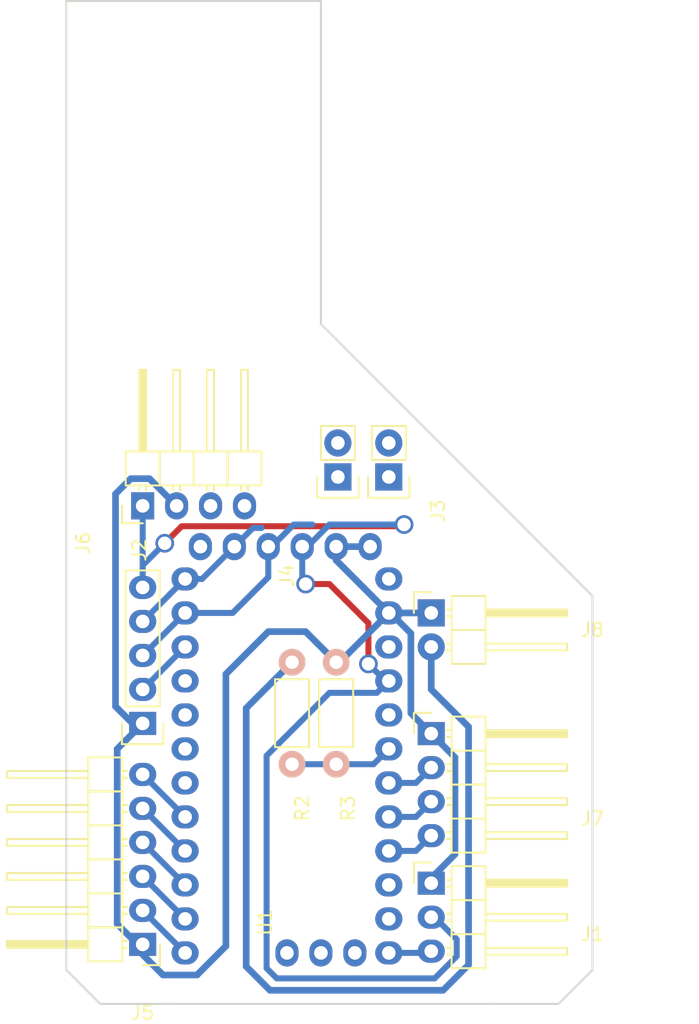
<source format=kicad_pcb>
(kicad_pcb (version 4) (host pcbnew 4.0.5)

  (general
    (links 34)
    (no_connects 4)
    (area 137.079999 78.156999 189.675477 154.892)
    (thickness 1.6)
    (drawings 14)
    (tracks 99)
    (zones 0)
    (modules 11)
    (nets 19)
  )

  (page A4)
  (layers
    (0 F.Cu signal)
    (31 B.Cu signal)
    (32 B.Adhes user)
    (33 F.Adhes user)
    (34 B.Paste user)
    (35 F.Paste user)
    (36 B.SilkS user)
    (37 F.SilkS user)
    (38 B.Mask user)
    (39 F.Mask user)
    (40 Dwgs.User user)
    (41 Cmts.User user)
    (42 Eco1.User user)
    (43 Eco2.User user)
    (44 Edge.Cuts user)
    (45 Margin user)
    (46 B.CrtYd user)
    (47 F.CrtYd user)
    (48 B.Fab user)
    (49 F.Fab user)
  )

  (setup
    (last_trace_width 0.45)
    (trace_clearance 0.2)
    (zone_clearance 0.5)
    (zone_45_only no)
    (trace_min 0.2)
    (segment_width 0.2)
    (edge_width 0.15)
    (via_size 1.4)
    (via_drill 1)
    (via_min_size 0.4)
    (via_min_drill 0.3)
    (uvia_size 1.2)
    (uvia_drill 1)
    (uvias_allowed no)
    (uvia_min_size 0.8)
    (uvia_min_drill 0.1)
    (pcb_text_width 0.3)
    (pcb_text_size 1.5 1.5)
    (mod_edge_width 0.15)
    (mod_text_size 1 1)
    (mod_text_width 0.15)
    (pad_size 1.524 1.524)
    (pad_drill 0.762)
    (pad_to_mask_clearance 0.2)
    (aux_axis_origin 142.24 153.162)
    (grid_origin 142.24 153.162)
    (visible_elements FFFFFF7F)
    (pcbplotparams
      (layerselection 0x01000_00000000)
      (usegerberextensions false)
      (excludeedgelayer true)
      (linewidth 0.100000)
      (plotframeref false)
      (viasonmask false)
      (mode 1)
      (useauxorigin true)
      (hpglpennumber 1)
      (hpglpenspeed 20)
      (hpglpendiameter 15)
      (hpglpenoverlay 2)
      (psnegative false)
      (psa4output false)
      (plotreference false)
      (plotvalue false)
      (plotinvisibletext false)
      (padsonsilk false)
      (subtractmaskfromsilk false)
      (outputformat 1)
      (mirror false)
      (drillshape 0)
      (scaleselection 1)
      (outputdirectory ""))
  )

  (net 0 "")
  (net 1 GNDREF)
  (net 2 TX_ARD)
  (net 3 RX_ARD)
  (net 4 +BATT)
  (net 5 BATT_SENS)
  (net 6 RST_ARD)
  (net 7 TX_BT)
  (net 8 RX_BT)
  (net 9 G1)
  (net 10 G2)
  (net 11 G3)
  (net 12 +5V)
  (net 13 ESC_SIG)
  (net 14 LIGHT_1)
  (net 15 LIGHT_2)
  (net 16 LIGHT_3)
  (net 17 LIGHT_4)
  (net 18 LIGHT_5)

  (net_class Default "Questo è il gruppo di collegamenti predefinito"
    (clearance 0.2)
    (trace_width 0.45)
    (via_dia 1.4)
    (via_drill 1)
    (uvia_dia 1.2)
    (uvia_drill 1)
    (add_net +5V)
    (add_net BATT_SENS)
    (add_net ESC_SIG)
    (add_net G1)
    (add_net G2)
    (add_net G3)
    (add_net LIGHT_1)
    (add_net LIGHT_2)
    (add_net LIGHT_3)
    (add_net LIGHT_4)
    (add_net LIGHT_5)
    (add_net RST_ARD)
    (add_net RX_ARD)
    (add_net RX_BT)
    (add_net TX_ARD)
    (add_net TX_BT)
  )

  (net_class POWER ""
    (clearance 0.2)
    (trace_width 0.5)
    (via_dia 1.4)
    (via_drill 1)
    (uvia_dia 1.2)
    (uvia_drill 1)
    (add_net +BATT)
    (add_net GNDREF)
  )

  (module Resistors_THT:Resistor_Horizontal_RM7mm (layer F.Cu) (tedit 58E151BB) (tstamp 58D54846)
    (at 159.131 127.635 270)
    (descr "Resistor, Axial,  RM 7.62mm, 1/3W,")
    (tags "Resistor Axial RM 7.62mm 1/3W R3")
    (path /58D53574)
    (fp_text reference R2 (at 10.922 -0.762 270) (layer F.SilkS)
      (effects (font (size 1 1) (thickness 0.15)))
    )
    (fp_text value 2k7 (at 10.414 0.762 270) (layer F.Fab)
      (effects (font (size 1 1) (thickness 0.15)))
    )
    (fp_line (start -1.25 -1.5) (end 8.85 -1.5) (layer F.CrtYd) (width 0.05))
    (fp_line (start -1.25 1.5) (end -1.25 -1.5) (layer F.CrtYd) (width 0.05))
    (fp_line (start 8.85 -1.5) (end 8.85 1.5) (layer F.CrtYd) (width 0.05))
    (fp_line (start -1.25 1.5) (end 8.85 1.5) (layer F.CrtYd) (width 0.05))
    (fp_line (start 1.27 -1.27) (end 6.35 -1.27) (layer F.SilkS) (width 0.15))
    (fp_line (start 6.35 -1.27) (end 6.35 1.27) (layer F.SilkS) (width 0.15))
    (fp_line (start 6.35 1.27) (end 1.27 1.27) (layer F.SilkS) (width 0.15))
    (fp_line (start 1.27 1.27) (end 1.27 -1.27) (layer F.SilkS) (width 0.15))
    (pad 1 thru_hole circle (at 0 0 270) (size 1.99898 1.99898) (drill 1.00076) (layers *.Cu *.SilkS *.Mask)
      (net 4 +BATT))
    (pad 2 thru_hole circle (at 7.62 0 270) (size 1.99898 1.99898) (drill 1.00076) (layers *.Cu *.SilkS *.Mask)
      (net 5 BATT_SENS))
  )

  (module Resistors_THT:Resistor_Horizontal_RM7mm (layer F.Cu) (tedit 58E151C4) (tstamp 58D54854)
    (at 162.433 135.255 90)
    (descr "Resistor, Axial,  RM 7.62mm, 1/3W,")
    (tags "Resistor Axial RM 7.62mm 1/3W R3")
    (path /58D535C0)
    (fp_text reference R3 (at -3.302 0.889 90) (layer F.SilkS)
      (effects (font (size 1 1) (thickness 0.15)))
    )
    (fp_text value 1k (at -3.302 -0.508 90) (layer F.Fab)
      (effects (font (size 1 1) (thickness 0.15)))
    )
    (fp_line (start -1.25 -1.5) (end 8.85 -1.5) (layer F.CrtYd) (width 0.05))
    (fp_line (start -1.25 1.5) (end -1.25 -1.5) (layer F.CrtYd) (width 0.05))
    (fp_line (start 8.85 -1.5) (end 8.85 1.5) (layer F.CrtYd) (width 0.05))
    (fp_line (start -1.25 1.5) (end 8.85 1.5) (layer F.CrtYd) (width 0.05))
    (fp_line (start 1.27 -1.27) (end 6.35 -1.27) (layer F.SilkS) (width 0.15))
    (fp_line (start 6.35 -1.27) (end 6.35 1.27) (layer F.SilkS) (width 0.15))
    (fp_line (start 6.35 1.27) (end 1.27 1.27) (layer F.SilkS) (width 0.15))
    (fp_line (start 1.27 1.27) (end 1.27 -1.27) (layer F.SilkS) (width 0.15))
    (pad 1 thru_hole circle (at 0 0 90) (size 1.99898 1.99898) (drill 1.00076) (layers *.Cu *.SilkS *.Mask)
      (net 5 BATT_SENS))
    (pad 2 thru_hole circle (at 7.62 0 90) (size 1.99898 1.99898) (drill 1.00076) (layers *.Cu *.SilkS *.Mask)
      (net 1 GNDREF))
  )

  (module foots:Arduino_PRO_MINI (layer F.Cu) (tedit 58E151CA) (tstamp 58D54883)
    (at 158.75 118.872)
    (descr "Through hole pin header")
    (tags "pin header")
    (path /58BE9155)
    (fp_text reference U1 (at -1.651 28.194 90) (layer F.SilkS)
      (effects (font (size 1 1) (thickness 0.15)))
    )
    (fp_text value ARDUINO_PRO_MINI (at -3.556 21.971 90) (layer F.Fab)
      (effects (font (size 1 1) (thickness 0.15)))
    )
    (pad 33 thru_hole oval (at -6.477 0.127 90) (size 2.032 1.7272) (drill 1.016) (layers *.Cu *.Mask))
    (pad 32 thru_hole oval (at -3.937 0.127 90) (size 2.032 1.7272) (drill 1.016) (layers *.Cu *.Mask)
      (net 2 TX_ARD))
    (pad 31 thru_hole oval (at -1.397 0.127 90) (size 2.032 1.7272) (drill 1.016) (layers *.Cu *.Mask)
      (net 3 RX_ARD))
    (pad 30 thru_hole oval (at 1.143 0.127 90) (size 2.032 1.7272) (drill 1.016) (layers *.Cu *.Mask)
      (net 12 +5V))
    (pad 29 thru_hole oval (at 3.683 0.127 90) (size 2.032 1.7272) (drill 1.016) (layers *.Cu *.Mask)
      (net 1 GNDREF))
    (pad 28 thru_hole oval (at 6.223 0.127 90) (size 2.032 1.7272) (drill 1.016) (layers *.Cu *.Mask)
      (net 1 GNDREF))
    (pad 15 thru_hole oval (at 5.08 30.48 90) (size 2.032 1.7272) (drill 1.016) (layers *.Cu *.Mask))
    (pad 14 thru_hole oval (at 2.54 30.48 90) (size 2.032 1.7272) (drill 1.016) (layers *.Cu *.Mask))
    (pad 13 thru_hole oval (at 0 30.48 90) (size 2.032 1.7272) (drill 1.016) (layers *.Cu *.Mask))
    (pad 16 thru_hole oval (at 7.62 30.48) (size 2.032 1.7272) (drill 1.016) (layers *.Cu *.Mask)
      (net 13 ESC_SIG))
    (pad 17 thru_hole oval (at 7.62 27.94) (size 2.032 1.7272) (drill 1.016) (layers *.Cu *.Mask))
    (pad 18 thru_hole oval (at 7.62 25.4) (size 2.032 1.7272) (drill 1.016) (layers *.Cu *.Mask))
    (pad 19 thru_hole oval (at 7.62 22.86) (size 2.032 1.7272) (drill 1.016) (layers *.Cu *.Mask)
      (net 9 G1))
    (pad 20 thru_hole oval (at 7.62 20.32) (size 2.032 1.7272) (drill 1.016) (layers *.Cu *.Mask)
      (net 10 G2))
    (pad 21 thru_hole oval (at 7.62 17.78) (size 2.032 1.7272) (drill 1.016) (layers *.Cu *.Mask)
      (net 11 G3))
    (pad 22 thru_hole oval (at 7.62 15.24) (size 2.032 1.7272) (drill 1.016) (layers *.Cu *.Mask)
      (net 5 BATT_SENS))
    (pad 23 thru_hole oval (at 7.62 12.7) (size 2.032 1.7272) (drill 1.016) (layers *.Cu *.Mask))
    (pad 24 thru_hole oval (at 7.62 10.16) (size 2.032 1.7272) (drill 1.016) (layers *.Cu *.Mask)
      (net 12 +5V))
    (pad 25 thru_hole oval (at 7.62 7.62) (size 2.032 1.7272) (drill 1.016) (layers *.Cu *.Mask))
    (pad 26 thru_hole oval (at 7.62 5.08) (size 2.032 1.7272) (drill 1.016) (layers *.Cu *.Mask)
      (net 1 GNDREF))
    (pad 27 thru_hole oval (at 7.62 2.54) (size 2.032 1.7272) (drill 1.016) (layers *.Cu *.Mask))
    (pad 1 thru_hole oval (at -7.62 2.54) (size 2.032 1.7272) (drill 1.016) (layers *.Cu *.Mask)
      (net 2 TX_ARD))
    (pad 2 thru_hole oval (at -7.62 5.08) (size 2.032 1.7272) (drill 1.016) (layers *.Cu *.Mask)
      (net 3 RX_ARD))
    (pad 3 thru_hole oval (at -7.62 7.62) (size 2.032 1.7272) (drill 1.016) (layers *.Cu *.Mask)
      (net 6 RST_ARD))
    (pad 4 thru_hole oval (at -7.62 10.16) (size 2.032 1.7272) (drill 1.016) (layers *.Cu *.Mask))
    (pad 5 thru_hole oval (at -7.62 12.7) (size 2.032 1.7272) (drill 1.016) (layers *.Cu *.Mask))
    (pad 6 thru_hole oval (at -7.62 15.24) (size 2.032 1.7272) (drill 1.016) (layers *.Cu *.Mask))
    (pad 7 thru_hole oval (at -7.62 17.78) (size 2.032 1.7272) (drill 1.016) (layers *.Cu *.Mask))
    (pad 8 thru_hole oval (at -7.62 20.32) (size 2.032 1.7272) (drill 1.016) (layers *.Cu *.Mask)
      (net 18 LIGHT_5))
    (pad 9 thru_hole oval (at -7.62 22.86) (size 2.032 1.7272) (drill 1.016) (layers *.Cu *.Mask)
      (net 17 LIGHT_4))
    (pad 10 thru_hole oval (at -7.62 25.4) (size 2.032 1.7272) (drill 1.016) (layers *.Cu *.Mask)
      (net 16 LIGHT_3))
    (pad 11 thru_hole oval (at -7.62 27.94) (size 2.032 1.7272) (drill 1.016) (layers *.Cu *.Mask)
      (net 15 LIGHT_2))
    (pad 12 thru_hole oval (at -7.62 30.48) (size 2.032 1.7272) (drill 1.016) (layers *.Cu *.Mask)
      (net 14 LIGHT_1))
    (model Pin_Headers.3dshapes/Pin_Header_Angled_1x12.wrl
      (at (xyz 0 -0.55 0))
      (scale (xyz 1 1 1))
      (rotate (xyz 0 0 90))
    )
  )

  (module Pin_Headers:Pin_Header_Straight_1x02 (layer F.Cu) (tedit 58E15578) (tstamp 58D547E4)
    (at 162.56 113.792 180)
    (descr "Through hole pin header")
    (tags "pin header")
    (path /58C7DDF9)
    (fp_text reference J4 (at 3.81 -7.366 270) (layer F.SilkS)
      (effects (font (size 1 1) (thickness 0.15)))
    )
    (fp_text value TX_JMP (at 2.54 -5.461 270) (layer F.Fab)
      (effects (font (size 1 1) (thickness 0.15)))
    )
    (fp_line (start 1.27 1.27) (end 1.27 3.81) (layer F.SilkS) (width 0.15))
    (fp_line (start 1.55 -1.55) (end 1.55 0) (layer F.SilkS) (width 0.15))
    (fp_line (start -1.75 -1.75) (end -1.75 4.3) (layer F.CrtYd) (width 0.05))
    (fp_line (start 1.75 -1.75) (end 1.75 4.3) (layer F.CrtYd) (width 0.05))
    (fp_line (start -1.75 -1.75) (end 1.75 -1.75) (layer F.CrtYd) (width 0.05))
    (fp_line (start -1.75 4.3) (end 1.75 4.3) (layer F.CrtYd) (width 0.05))
    (fp_line (start 1.27 1.27) (end -1.27 1.27) (layer F.SilkS) (width 0.15))
    (fp_line (start -1.55 0) (end -1.55 -1.55) (layer F.SilkS) (width 0.15))
    (fp_line (start -1.55 -1.55) (end 1.55 -1.55) (layer F.SilkS) (width 0.15))
    (fp_line (start -1.27 1.27) (end -1.27 3.81) (layer F.SilkS) (width 0.15))
    (fp_line (start -1.27 3.81) (end 1.27 3.81) (layer F.SilkS) (width 0.15))
    (pad 1 thru_hole rect (at 0 0 180) (size 2.032 2.032) (drill 1.016) (layers *.Cu *.Mask)
      (net 2 TX_ARD))
    (pad 2 thru_hole oval (at 0 2.54 180) (size 2.032 2.032) (drill 1.016) (layers *.Cu *.Mask)
      (net 8 RX_BT))
    (model Pin_Headers.3dshapes/Pin_Header_Straight_1x02.wrl
      (at (xyz 0 -0.05 0))
      (scale (xyz 1 1 1))
      (rotate (xyz 0 0 90))
    )
  )

  (module Pin_Headers:Pin_Header_Straight_1x02 (layer F.Cu) (tedit 58E15580) (tstamp 58D547C1)
    (at 166.37 113.792 180)
    (descr "Through hole pin header")
    (tags "pin header")
    (path /58C7DD3F)
    (fp_text reference J3 (at -3.683 -2.54 270) (layer F.SilkS)
      (effects (font (size 1 1) (thickness 0.15)))
    )
    (fp_text value RX_JMP (at -2.413 -4.572 270) (layer F.Fab)
      (effects (font (size 1 1) (thickness 0.15)))
    )
    (fp_line (start 1.27 1.27) (end 1.27 3.81) (layer F.SilkS) (width 0.15))
    (fp_line (start 1.55 -1.55) (end 1.55 0) (layer F.SilkS) (width 0.15))
    (fp_line (start -1.75 -1.75) (end -1.75 4.3) (layer F.CrtYd) (width 0.05))
    (fp_line (start 1.75 -1.75) (end 1.75 4.3) (layer F.CrtYd) (width 0.05))
    (fp_line (start -1.75 -1.75) (end 1.75 -1.75) (layer F.CrtYd) (width 0.05))
    (fp_line (start -1.75 4.3) (end 1.75 4.3) (layer F.CrtYd) (width 0.05))
    (fp_line (start 1.27 1.27) (end -1.27 1.27) (layer F.SilkS) (width 0.15))
    (fp_line (start -1.55 0) (end -1.55 -1.55) (layer F.SilkS) (width 0.15))
    (fp_line (start -1.55 -1.55) (end 1.55 -1.55) (layer F.SilkS) (width 0.15))
    (fp_line (start -1.27 1.27) (end -1.27 3.81) (layer F.SilkS) (width 0.15))
    (fp_line (start -1.27 3.81) (end 1.27 3.81) (layer F.SilkS) (width 0.15))
    (pad 1 thru_hole rect (at 0 0 180) (size 2.032 2.032) (drill 1.016) (layers *.Cu *.Mask)
      (net 3 RX_ARD))
    (pad 2 thru_hole oval (at 0 2.54 180) (size 2.032 2.032) (drill 1.016) (layers *.Cu *.Mask)
      (net 7 TX_BT))
    (model Pin_Headers.3dshapes/Pin_Header_Straight_1x02.wrl
      (at (xyz 0 -0.05 0))
      (scale (xyz 1 1 1))
      (rotate (xyz 0 0 90))
    )
  )

  (module Pin_Headers:Pin_Header_Straight_1x05 (layer F.Cu) (tedit 58E15595) (tstamp 58E2882A)
    (at 147.955 132.207 180)
    (descr "Through hole pin header")
    (tags "pin header")
    (path /58C7E0D6)
    (fp_text reference J2 (at 0.254 12.954 270) (layer F.SilkS)
      (effects (font (size 1 1) (thickness 0.15)))
    )
    (fp_text value PROG_CONN (at -1.27 16.51 270) (layer F.Fab)
      (effects (font (size 1 1) (thickness 0.15)))
    )
    (fp_line (start -1.55 0) (end -1.55 -1.55) (layer F.SilkS) (width 0.15))
    (fp_line (start -1.55 -1.55) (end 1.55 -1.55) (layer F.SilkS) (width 0.15))
    (fp_line (start 1.55 -1.55) (end 1.55 0) (layer F.SilkS) (width 0.15))
    (fp_line (start -1.75 -1.75) (end -1.75 11.95) (layer F.CrtYd) (width 0.05))
    (fp_line (start 1.75 -1.75) (end 1.75 11.95) (layer F.CrtYd) (width 0.05))
    (fp_line (start -1.75 -1.75) (end 1.75 -1.75) (layer F.CrtYd) (width 0.05))
    (fp_line (start -1.75 11.95) (end 1.75 11.95) (layer F.CrtYd) (width 0.05))
    (fp_line (start 1.27 1.27) (end 1.27 11.43) (layer F.SilkS) (width 0.15))
    (fp_line (start 1.27 11.43) (end -1.27 11.43) (layer F.SilkS) (width 0.15))
    (fp_line (start -1.27 11.43) (end -1.27 1.27) (layer F.SilkS) (width 0.15))
    (fp_line (start 1.27 1.27) (end -1.27 1.27) (layer F.SilkS) (width 0.15))
    (pad 1 thru_hole rect (at 0 0 180) (size 2.032 1.7272) (drill 1.016) (layers *.Cu *.Mask)
      (net 1 GNDREF))
    (pad 2 thru_hole oval (at 0 2.54 180) (size 2.032 1.7272) (drill 1.016) (layers *.Cu *.Mask)
      (net 6 RST_ARD))
    (pad 3 thru_hole oval (at 0 5.08 180) (size 2.032 1.7272) (drill 1.016) (layers *.Cu *.Mask)
      (net 3 RX_ARD))
    (pad 4 thru_hole oval (at 0 7.62 180) (size 2.032 1.7272) (drill 1.016) (layers *.Cu *.Mask)
      (net 2 TX_ARD))
    (pad 5 thru_hole oval (at 0 10.16 180) (size 2.032 1.7272) (drill 1.016) (layers *.Cu *.Mask)
      (net 12 +5V))
    (model Pin_Headers.3dshapes/Pin_Header_Straight_1x05.wrl
      (at (xyz 0 -0.2 0))
      (scale (xyz 1 1 1))
      (rotate (xyz 0 0 90))
    )
  )

  (module Pin_Headers:Pin_Header_Angled_1x03 (layer F.Cu) (tedit 58E150FC) (tstamp 58E1500F)
    (at 169.545 144.145)
    (descr "Through hole pin header")
    (tags "pin header")
    (path /58DA6160)
    (fp_text reference J1 (at 12.065 3.81) (layer F.SilkS)
      (effects (font (size 1 1) (thickness 0.15)))
    )
    (fp_text value ESC (at 12.7 5.08) (layer F.Fab)
      (effects (font (size 1 1) (thickness 0.15)))
    )
    (fp_line (start -1.5 -1.75) (end -1.5 6.85) (layer F.CrtYd) (width 0.05))
    (fp_line (start 10.65 -1.75) (end 10.65 6.85) (layer F.CrtYd) (width 0.05))
    (fp_line (start -1.5 -1.75) (end 10.65 -1.75) (layer F.CrtYd) (width 0.05))
    (fp_line (start -1.5 6.85) (end 10.65 6.85) (layer F.CrtYd) (width 0.05))
    (fp_line (start -1.3 -1.55) (end -1.3 0) (layer F.SilkS) (width 0.15))
    (fp_line (start 0 -1.55) (end -1.3 -1.55) (layer F.SilkS) (width 0.15))
    (fp_line (start 4.191 -0.127) (end 10.033 -0.127) (layer F.SilkS) (width 0.15))
    (fp_line (start 10.033 -0.127) (end 10.033 0.127) (layer F.SilkS) (width 0.15))
    (fp_line (start 10.033 0.127) (end 4.191 0.127) (layer F.SilkS) (width 0.15))
    (fp_line (start 4.191 0.127) (end 4.191 0) (layer F.SilkS) (width 0.15))
    (fp_line (start 4.191 0) (end 10.033 0) (layer F.SilkS) (width 0.15))
    (fp_line (start 1.524 -0.254) (end 1.143 -0.254) (layer F.SilkS) (width 0.15))
    (fp_line (start 1.524 0.254) (end 1.143 0.254) (layer F.SilkS) (width 0.15))
    (fp_line (start 1.524 2.286) (end 1.143 2.286) (layer F.SilkS) (width 0.15))
    (fp_line (start 1.524 2.794) (end 1.143 2.794) (layer F.SilkS) (width 0.15))
    (fp_line (start 1.524 4.826) (end 1.143 4.826) (layer F.SilkS) (width 0.15))
    (fp_line (start 1.524 5.334) (end 1.143 5.334) (layer F.SilkS) (width 0.15))
    (fp_line (start 4.064 1.27) (end 4.064 -1.27) (layer F.SilkS) (width 0.15))
    (fp_line (start 10.16 0.254) (end 4.064 0.254) (layer F.SilkS) (width 0.15))
    (fp_line (start 10.16 -0.254) (end 10.16 0.254) (layer F.SilkS) (width 0.15))
    (fp_line (start 4.064 -0.254) (end 10.16 -0.254) (layer F.SilkS) (width 0.15))
    (fp_line (start 1.524 1.27) (end 4.064 1.27) (layer F.SilkS) (width 0.15))
    (fp_line (start 1.524 -1.27) (end 1.524 1.27) (layer F.SilkS) (width 0.15))
    (fp_line (start 1.524 -1.27) (end 4.064 -1.27) (layer F.SilkS) (width 0.15))
    (fp_line (start 1.524 3.81) (end 4.064 3.81) (layer F.SilkS) (width 0.15))
    (fp_line (start 1.524 3.81) (end 1.524 6.35) (layer F.SilkS) (width 0.15))
    (fp_line (start 4.064 4.826) (end 10.16 4.826) (layer F.SilkS) (width 0.15))
    (fp_line (start 10.16 4.826) (end 10.16 5.334) (layer F.SilkS) (width 0.15))
    (fp_line (start 10.16 5.334) (end 4.064 5.334) (layer F.SilkS) (width 0.15))
    (fp_line (start 4.064 6.35) (end 4.064 3.81) (layer F.SilkS) (width 0.15))
    (fp_line (start 4.064 3.81) (end 4.064 1.27) (layer F.SilkS) (width 0.15))
    (fp_line (start 10.16 2.794) (end 4.064 2.794) (layer F.SilkS) (width 0.15))
    (fp_line (start 10.16 2.286) (end 10.16 2.794) (layer F.SilkS) (width 0.15))
    (fp_line (start 4.064 2.286) (end 10.16 2.286) (layer F.SilkS) (width 0.15))
    (fp_line (start 1.524 3.81) (end 4.064 3.81) (layer F.SilkS) (width 0.15))
    (fp_line (start 1.524 1.27) (end 1.524 3.81) (layer F.SilkS) (width 0.15))
    (fp_line (start 1.524 1.27) (end 4.064 1.27) (layer F.SilkS) (width 0.15))
    (fp_line (start 1.524 6.35) (end 4.064 6.35) (layer F.SilkS) (width 0.15))
    (pad 1 thru_hole rect (at 0 0) (size 2.032 1.7272) (drill 1.016) (layers *.Cu *.Mask)
      (net 1 GNDREF))
    (pad 2 thru_hole oval (at 0 2.54) (size 2.032 1.7272) (drill 1.016) (layers *.Cu *.Mask)
      (net 12 +5V))
    (pad 3 thru_hole oval (at 0 5.08) (size 2.032 1.7272) (drill 1.016) (layers *.Cu *.Mask)
      (net 13 ESC_SIG))
    (model Pin_Headers.3dshapes/Pin_Header_Angled_1x03.wrl
      (at (xyz 0 -0.1 0))
      (scale (xyz 1 1 1))
      (rotate (xyz 0 0 90))
    )
  )

  (module Pin_Headers:Pin_Header_Angled_1x06 (layer F.Cu) (tedit 0) (tstamp 58E15015)
    (at 147.955 148.717 180)
    (descr "Through hole pin header")
    (tags "pin header")
    (path /58E151D3)
    (fp_text reference J5 (at 0 -5.1 180) (layer F.SilkS)
      (effects (font (size 1 1) (thickness 0.15)))
    )
    (fp_text value LIGHTS (at 0 -3.1 180) (layer F.Fab)
      (effects (font (size 1 1) (thickness 0.15)))
    )
    (fp_line (start -1.5 -1.75) (end -1.5 14.45) (layer F.CrtYd) (width 0.05))
    (fp_line (start 10.65 -1.75) (end 10.65 14.45) (layer F.CrtYd) (width 0.05))
    (fp_line (start -1.5 -1.75) (end 10.65 -1.75) (layer F.CrtYd) (width 0.05))
    (fp_line (start -1.5 14.45) (end 10.65 14.45) (layer F.CrtYd) (width 0.05))
    (fp_line (start -1.3 -1.55) (end -1.3 0) (layer F.SilkS) (width 0.15))
    (fp_line (start 0 -1.55) (end -1.3 -1.55) (layer F.SilkS) (width 0.15))
    (fp_line (start 4.191 -0.127) (end 10.033 -0.127) (layer F.SilkS) (width 0.15))
    (fp_line (start 10.033 -0.127) (end 10.033 0.127) (layer F.SilkS) (width 0.15))
    (fp_line (start 10.033 0.127) (end 4.191 0.127) (layer F.SilkS) (width 0.15))
    (fp_line (start 4.191 0.127) (end 4.191 0) (layer F.SilkS) (width 0.15))
    (fp_line (start 4.191 0) (end 10.033 0) (layer F.SilkS) (width 0.15))
    (fp_line (start 1.524 -0.254) (end 1.143 -0.254) (layer F.SilkS) (width 0.15))
    (fp_line (start 1.524 0.254) (end 1.143 0.254) (layer F.SilkS) (width 0.15))
    (fp_line (start 1.524 2.286) (end 1.143 2.286) (layer F.SilkS) (width 0.15))
    (fp_line (start 1.524 2.794) (end 1.143 2.794) (layer F.SilkS) (width 0.15))
    (fp_line (start 1.524 4.826) (end 1.143 4.826) (layer F.SilkS) (width 0.15))
    (fp_line (start 1.524 5.334) (end 1.143 5.334) (layer F.SilkS) (width 0.15))
    (fp_line (start 1.524 12.954) (end 1.143 12.954) (layer F.SilkS) (width 0.15))
    (fp_line (start 1.524 12.446) (end 1.143 12.446) (layer F.SilkS) (width 0.15))
    (fp_line (start 1.524 10.414) (end 1.143 10.414) (layer F.SilkS) (width 0.15))
    (fp_line (start 1.524 9.906) (end 1.143 9.906) (layer F.SilkS) (width 0.15))
    (fp_line (start 1.524 7.874) (end 1.143 7.874) (layer F.SilkS) (width 0.15))
    (fp_line (start 1.524 7.366) (end 1.143 7.366) (layer F.SilkS) (width 0.15))
    (fp_line (start 1.524 -1.27) (end 4.064 -1.27) (layer F.SilkS) (width 0.15))
    (fp_line (start 1.524 1.27) (end 4.064 1.27) (layer F.SilkS) (width 0.15))
    (fp_line (start 1.524 1.27) (end 1.524 3.81) (layer F.SilkS) (width 0.15))
    (fp_line (start 1.524 3.81) (end 4.064 3.81) (layer F.SilkS) (width 0.15))
    (fp_line (start 4.064 2.286) (end 10.16 2.286) (layer F.SilkS) (width 0.15))
    (fp_line (start 10.16 2.286) (end 10.16 2.794) (layer F.SilkS) (width 0.15))
    (fp_line (start 10.16 2.794) (end 4.064 2.794) (layer F.SilkS) (width 0.15))
    (fp_line (start 4.064 3.81) (end 4.064 1.27) (layer F.SilkS) (width 0.15))
    (fp_line (start 4.064 1.27) (end 4.064 -1.27) (layer F.SilkS) (width 0.15))
    (fp_line (start 10.16 0.254) (end 4.064 0.254) (layer F.SilkS) (width 0.15))
    (fp_line (start 10.16 -0.254) (end 10.16 0.254) (layer F.SilkS) (width 0.15))
    (fp_line (start 4.064 -0.254) (end 10.16 -0.254) (layer F.SilkS) (width 0.15))
    (fp_line (start 1.524 1.27) (end 4.064 1.27) (layer F.SilkS) (width 0.15))
    (fp_line (start 1.524 -1.27) (end 1.524 1.27) (layer F.SilkS) (width 0.15))
    (fp_line (start 1.524 8.89) (end 4.064 8.89) (layer F.SilkS) (width 0.15))
    (fp_line (start 1.524 8.89) (end 1.524 11.43) (layer F.SilkS) (width 0.15))
    (fp_line (start 1.524 11.43) (end 4.064 11.43) (layer F.SilkS) (width 0.15))
    (fp_line (start 4.064 9.906) (end 10.16 9.906) (layer F.SilkS) (width 0.15))
    (fp_line (start 10.16 9.906) (end 10.16 10.414) (layer F.SilkS) (width 0.15))
    (fp_line (start 10.16 10.414) (end 4.064 10.414) (layer F.SilkS) (width 0.15))
    (fp_line (start 4.064 11.43) (end 4.064 8.89) (layer F.SilkS) (width 0.15))
    (fp_line (start 4.064 13.97) (end 4.064 11.43) (layer F.SilkS) (width 0.15))
    (fp_line (start 10.16 12.954) (end 4.064 12.954) (layer F.SilkS) (width 0.15))
    (fp_line (start 10.16 12.446) (end 10.16 12.954) (layer F.SilkS) (width 0.15))
    (fp_line (start 4.064 12.446) (end 10.16 12.446) (layer F.SilkS) (width 0.15))
    (fp_line (start 1.524 13.97) (end 4.064 13.97) (layer F.SilkS) (width 0.15))
    (fp_line (start 1.524 11.43) (end 1.524 13.97) (layer F.SilkS) (width 0.15))
    (fp_line (start 1.524 11.43) (end 4.064 11.43) (layer F.SilkS) (width 0.15))
    (fp_line (start 1.524 6.35) (end 4.064 6.35) (layer F.SilkS) (width 0.15))
    (fp_line (start 1.524 6.35) (end 1.524 8.89) (layer F.SilkS) (width 0.15))
    (fp_line (start 1.524 8.89) (end 4.064 8.89) (layer F.SilkS) (width 0.15))
    (fp_line (start 4.064 7.366) (end 10.16 7.366) (layer F.SilkS) (width 0.15))
    (fp_line (start 10.16 7.366) (end 10.16 7.874) (layer F.SilkS) (width 0.15))
    (fp_line (start 10.16 7.874) (end 4.064 7.874) (layer F.SilkS) (width 0.15))
    (fp_line (start 4.064 8.89) (end 4.064 6.35) (layer F.SilkS) (width 0.15))
    (fp_line (start 4.064 6.35) (end 4.064 3.81) (layer F.SilkS) (width 0.15))
    (fp_line (start 10.16 5.334) (end 4.064 5.334) (layer F.SilkS) (width 0.15))
    (fp_line (start 10.16 4.826) (end 10.16 5.334) (layer F.SilkS) (width 0.15))
    (fp_line (start 4.064 4.826) (end 10.16 4.826) (layer F.SilkS) (width 0.15))
    (fp_line (start 1.524 6.35) (end 4.064 6.35) (layer F.SilkS) (width 0.15))
    (fp_line (start 1.524 3.81) (end 1.524 6.35) (layer F.SilkS) (width 0.15))
    (fp_line (start 1.524 3.81) (end 4.064 3.81) (layer F.SilkS) (width 0.15))
    (pad 1 thru_hole rect (at 0 0 180) (size 2.032 1.7272) (drill 1.016) (layers *.Cu *.Mask)
      (net 1 GNDREF))
    (pad 2 thru_hole oval (at 0 2.54 180) (size 2.032 1.7272) (drill 1.016) (layers *.Cu *.Mask)
      (net 14 LIGHT_1))
    (pad 3 thru_hole oval (at 0 5.08 180) (size 2.032 1.7272) (drill 1.016) (layers *.Cu *.Mask)
      (net 15 LIGHT_2))
    (pad 4 thru_hole oval (at 0 7.62 180) (size 2.032 1.7272) (drill 1.016) (layers *.Cu *.Mask)
      (net 16 LIGHT_3))
    (pad 5 thru_hole oval (at 0 10.16 180) (size 2.032 1.7272) (drill 1.016) (layers *.Cu *.Mask)
      (net 17 LIGHT_4))
    (pad 6 thru_hole oval (at 0 12.7 180) (size 2.032 1.7272) (drill 1.016) (layers *.Cu *.Mask)
      (net 18 LIGHT_5))
    (model Pin_Headers.3dshapes/Pin_Header_Angled_1x06.wrl
      (at (xyz 0 -0.25 0))
      (scale (xyz 1 1 1))
      (rotate (xyz 0 0 90))
    )
  )

  (module Pin_Headers:Pin_Header_Angled_1x04 (layer F.Cu) (tedit 58E15584) (tstamp 58E1501E)
    (at 147.955 115.951 90)
    (descr "Through hole pin header")
    (tags "pin header")
    (path /58E145D6)
    (fp_text reference J6 (at -2.794 -4.445 90) (layer F.SilkS)
      (effects (font (size 1 1) (thickness 0.15)))
    )
    (fp_text value Bluetooth (at 0 -3.1 90) (layer F.Fab)
      (effects (font (size 1 1) (thickness 0.15)))
    )
    (fp_line (start -1.5 -1.75) (end -1.5 9.4) (layer F.CrtYd) (width 0.05))
    (fp_line (start 10.65 -1.75) (end 10.65 9.4) (layer F.CrtYd) (width 0.05))
    (fp_line (start -1.5 -1.75) (end 10.65 -1.75) (layer F.CrtYd) (width 0.05))
    (fp_line (start -1.5 9.4) (end 10.65 9.4) (layer F.CrtYd) (width 0.05))
    (fp_line (start -1.3 -1.55) (end -1.3 0) (layer F.SilkS) (width 0.15))
    (fp_line (start 0 -1.55) (end -1.3 -1.55) (layer F.SilkS) (width 0.15))
    (fp_line (start 4.191 -0.127) (end 10.033 -0.127) (layer F.SilkS) (width 0.15))
    (fp_line (start 10.033 -0.127) (end 10.033 0.127) (layer F.SilkS) (width 0.15))
    (fp_line (start 10.033 0.127) (end 4.191 0.127) (layer F.SilkS) (width 0.15))
    (fp_line (start 4.191 0.127) (end 4.191 0) (layer F.SilkS) (width 0.15))
    (fp_line (start 4.191 0) (end 10.033 0) (layer F.SilkS) (width 0.15))
    (fp_line (start 1.524 -0.254) (end 1.143 -0.254) (layer F.SilkS) (width 0.15))
    (fp_line (start 1.524 0.254) (end 1.143 0.254) (layer F.SilkS) (width 0.15))
    (fp_line (start 1.524 2.286) (end 1.143 2.286) (layer F.SilkS) (width 0.15))
    (fp_line (start 1.524 2.794) (end 1.143 2.794) (layer F.SilkS) (width 0.15))
    (fp_line (start 1.524 4.826) (end 1.143 4.826) (layer F.SilkS) (width 0.15))
    (fp_line (start 1.524 5.334) (end 1.143 5.334) (layer F.SilkS) (width 0.15))
    (fp_line (start 1.524 7.874) (end 1.143 7.874) (layer F.SilkS) (width 0.15))
    (fp_line (start 1.524 7.366) (end 1.143 7.366) (layer F.SilkS) (width 0.15))
    (fp_line (start 1.524 -1.27) (end 4.064 -1.27) (layer F.SilkS) (width 0.15))
    (fp_line (start 1.524 1.27) (end 4.064 1.27) (layer F.SilkS) (width 0.15))
    (fp_line (start 1.524 1.27) (end 1.524 3.81) (layer F.SilkS) (width 0.15))
    (fp_line (start 1.524 3.81) (end 4.064 3.81) (layer F.SilkS) (width 0.15))
    (fp_line (start 4.064 2.286) (end 10.16 2.286) (layer F.SilkS) (width 0.15))
    (fp_line (start 10.16 2.286) (end 10.16 2.794) (layer F.SilkS) (width 0.15))
    (fp_line (start 10.16 2.794) (end 4.064 2.794) (layer F.SilkS) (width 0.15))
    (fp_line (start 4.064 3.81) (end 4.064 1.27) (layer F.SilkS) (width 0.15))
    (fp_line (start 4.064 1.27) (end 4.064 -1.27) (layer F.SilkS) (width 0.15))
    (fp_line (start 10.16 0.254) (end 4.064 0.254) (layer F.SilkS) (width 0.15))
    (fp_line (start 10.16 -0.254) (end 10.16 0.254) (layer F.SilkS) (width 0.15))
    (fp_line (start 4.064 -0.254) (end 10.16 -0.254) (layer F.SilkS) (width 0.15))
    (fp_line (start 1.524 1.27) (end 4.064 1.27) (layer F.SilkS) (width 0.15))
    (fp_line (start 1.524 -1.27) (end 1.524 1.27) (layer F.SilkS) (width 0.15))
    (fp_line (start 1.524 6.35) (end 4.064 6.35) (layer F.SilkS) (width 0.15))
    (fp_line (start 1.524 6.35) (end 1.524 8.89) (layer F.SilkS) (width 0.15))
    (fp_line (start 1.524 8.89) (end 4.064 8.89) (layer F.SilkS) (width 0.15))
    (fp_line (start 4.064 7.366) (end 10.16 7.366) (layer F.SilkS) (width 0.15))
    (fp_line (start 10.16 7.366) (end 10.16 7.874) (layer F.SilkS) (width 0.15))
    (fp_line (start 10.16 7.874) (end 4.064 7.874) (layer F.SilkS) (width 0.15))
    (fp_line (start 4.064 8.89) (end 4.064 6.35) (layer F.SilkS) (width 0.15))
    (fp_line (start 4.064 6.35) (end 4.064 3.81) (layer F.SilkS) (width 0.15))
    (fp_line (start 10.16 5.334) (end 4.064 5.334) (layer F.SilkS) (width 0.15))
    (fp_line (start 10.16 4.826) (end 10.16 5.334) (layer F.SilkS) (width 0.15))
    (fp_line (start 4.064 4.826) (end 10.16 4.826) (layer F.SilkS) (width 0.15))
    (fp_line (start 1.524 6.35) (end 4.064 6.35) (layer F.SilkS) (width 0.15))
    (fp_line (start 1.524 3.81) (end 1.524 6.35) (layer F.SilkS) (width 0.15))
    (fp_line (start 1.524 3.81) (end 4.064 3.81) (layer F.SilkS) (width 0.15))
    (pad 1 thru_hole rect (at 0 0 90) (size 2.032 1.7272) (drill 1.016) (layers *.Cu *.Mask)
      (net 12 +5V))
    (pad 2 thru_hole oval (at 0 2.54 90) (size 2.032 1.7272) (drill 1.016) (layers *.Cu *.Mask)
      (net 1 GNDREF))
    (pad 3 thru_hole oval (at 0 5.08 90) (size 2.032 1.7272) (drill 1.016) (layers *.Cu *.Mask)
      (net 7 TX_BT))
    (pad 4 thru_hole oval (at 0 7.62 90) (size 2.032 1.7272) (drill 1.016) (layers *.Cu *.Mask)
      (net 8 RX_BT))
    (model Pin_Headers.3dshapes/Pin_Header_Angled_1x04.wrl
      (at (xyz 0 -0.15 0))
      (scale (xyz 1 1 1))
      (rotate (xyz 0 0 90))
    )
  )

  (module Pin_Headers:Pin_Header_Angled_1x04 (layer F.Cu) (tedit 58E15101) (tstamp 58E15025)
    (at 169.545 132.969)
    (descr "Through hole pin header")
    (tags "pin header")
    (path /58D58255)
    (fp_text reference J7 (at 12.065 6.35) (layer F.SilkS)
      (effects (font (size 1 1) (thickness 0.15)))
    )
    (fp_text value GENERIC (at 13.97 7.62) (layer F.Fab)
      (effects (font (size 1 1) (thickness 0.15)))
    )
    (fp_line (start -1.5 -1.75) (end -1.5 9.4) (layer F.CrtYd) (width 0.05))
    (fp_line (start 10.65 -1.75) (end 10.65 9.4) (layer F.CrtYd) (width 0.05))
    (fp_line (start -1.5 -1.75) (end 10.65 -1.75) (layer F.CrtYd) (width 0.05))
    (fp_line (start -1.5 9.4) (end 10.65 9.4) (layer F.CrtYd) (width 0.05))
    (fp_line (start -1.3 -1.55) (end -1.3 0) (layer F.SilkS) (width 0.15))
    (fp_line (start 0 -1.55) (end -1.3 -1.55) (layer F.SilkS) (width 0.15))
    (fp_line (start 4.191 -0.127) (end 10.033 -0.127) (layer F.SilkS) (width 0.15))
    (fp_line (start 10.033 -0.127) (end 10.033 0.127) (layer F.SilkS) (width 0.15))
    (fp_line (start 10.033 0.127) (end 4.191 0.127) (layer F.SilkS) (width 0.15))
    (fp_line (start 4.191 0.127) (end 4.191 0) (layer F.SilkS) (width 0.15))
    (fp_line (start 4.191 0) (end 10.033 0) (layer F.SilkS) (width 0.15))
    (fp_line (start 1.524 -0.254) (end 1.143 -0.254) (layer F.SilkS) (width 0.15))
    (fp_line (start 1.524 0.254) (end 1.143 0.254) (layer F.SilkS) (width 0.15))
    (fp_line (start 1.524 2.286) (end 1.143 2.286) (layer F.SilkS) (width 0.15))
    (fp_line (start 1.524 2.794) (end 1.143 2.794) (layer F.SilkS) (width 0.15))
    (fp_line (start 1.524 4.826) (end 1.143 4.826) (layer F.SilkS) (width 0.15))
    (fp_line (start 1.524 5.334) (end 1.143 5.334) (layer F.SilkS) (width 0.15))
    (fp_line (start 1.524 7.874) (end 1.143 7.874) (layer F.SilkS) (width 0.15))
    (fp_line (start 1.524 7.366) (end 1.143 7.366) (layer F.SilkS) (width 0.15))
    (fp_line (start 1.524 -1.27) (end 4.064 -1.27) (layer F.SilkS) (width 0.15))
    (fp_line (start 1.524 1.27) (end 4.064 1.27) (layer F.SilkS) (width 0.15))
    (fp_line (start 1.524 1.27) (end 1.524 3.81) (layer F.SilkS) (width 0.15))
    (fp_line (start 1.524 3.81) (end 4.064 3.81) (layer F.SilkS) (width 0.15))
    (fp_line (start 4.064 2.286) (end 10.16 2.286) (layer F.SilkS) (width 0.15))
    (fp_line (start 10.16 2.286) (end 10.16 2.794) (layer F.SilkS) (width 0.15))
    (fp_line (start 10.16 2.794) (end 4.064 2.794) (layer F.SilkS) (width 0.15))
    (fp_line (start 4.064 3.81) (end 4.064 1.27) (layer F.SilkS) (width 0.15))
    (fp_line (start 4.064 1.27) (end 4.064 -1.27) (layer F.SilkS) (width 0.15))
    (fp_line (start 10.16 0.254) (end 4.064 0.254) (layer F.SilkS) (width 0.15))
    (fp_line (start 10.16 -0.254) (end 10.16 0.254) (layer F.SilkS) (width 0.15))
    (fp_line (start 4.064 -0.254) (end 10.16 -0.254) (layer F.SilkS) (width 0.15))
    (fp_line (start 1.524 1.27) (end 4.064 1.27) (layer F.SilkS) (width 0.15))
    (fp_line (start 1.524 -1.27) (end 1.524 1.27) (layer F.SilkS) (width 0.15))
    (fp_line (start 1.524 6.35) (end 4.064 6.35) (layer F.SilkS) (width 0.15))
    (fp_line (start 1.524 6.35) (end 1.524 8.89) (layer F.SilkS) (width 0.15))
    (fp_line (start 1.524 8.89) (end 4.064 8.89) (layer F.SilkS) (width 0.15))
    (fp_line (start 4.064 7.366) (end 10.16 7.366) (layer F.SilkS) (width 0.15))
    (fp_line (start 10.16 7.366) (end 10.16 7.874) (layer F.SilkS) (width 0.15))
    (fp_line (start 10.16 7.874) (end 4.064 7.874) (layer F.SilkS) (width 0.15))
    (fp_line (start 4.064 8.89) (end 4.064 6.35) (layer F.SilkS) (width 0.15))
    (fp_line (start 4.064 6.35) (end 4.064 3.81) (layer F.SilkS) (width 0.15))
    (fp_line (start 10.16 5.334) (end 4.064 5.334) (layer F.SilkS) (width 0.15))
    (fp_line (start 10.16 4.826) (end 10.16 5.334) (layer F.SilkS) (width 0.15))
    (fp_line (start 4.064 4.826) (end 10.16 4.826) (layer F.SilkS) (width 0.15))
    (fp_line (start 1.524 6.35) (end 4.064 6.35) (layer F.SilkS) (width 0.15))
    (fp_line (start 1.524 3.81) (end 1.524 6.35) (layer F.SilkS) (width 0.15))
    (fp_line (start 1.524 3.81) (end 4.064 3.81) (layer F.SilkS) (width 0.15))
    (pad 1 thru_hole rect (at 0 0) (size 2.032 1.7272) (drill 1.016) (layers *.Cu *.Mask)
      (net 1 GNDREF))
    (pad 2 thru_hole oval (at 0 2.54) (size 2.032 1.7272) (drill 1.016) (layers *.Cu *.Mask)
      (net 11 G3))
    (pad 3 thru_hole oval (at 0 5.08) (size 2.032 1.7272) (drill 1.016) (layers *.Cu *.Mask)
      (net 10 G2))
    (pad 4 thru_hole oval (at 0 7.62) (size 2.032 1.7272) (drill 1.016) (layers *.Cu *.Mask)
      (net 9 G1))
    (model Pin_Headers.3dshapes/Pin_Header_Angled_1x04.wrl
      (at (xyz 0 -0.15 0))
      (scale (xyz 1 1 1))
      (rotate (xyz 0 0 90))
    )
  )

  (module Pin_Headers:Pin_Header_Angled_1x02 (layer F.Cu) (tedit 58E15105) (tstamp 58E15031)
    (at 169.545 123.952)
    (descr "Through hole pin header")
    (tags "pin header")
    (path /58E14A93)
    (fp_text reference J8 (at 12.065 1.27) (layer F.SilkS)
      (effects (font (size 1 1) (thickness 0.15)))
    )
    (fp_text value BIG_BATTERY (at 15.24 2.54) (layer F.Fab)
      (effects (font (size 1 1) (thickness 0.15)))
    )
    (fp_line (start -1.5 -1.75) (end -1.5 4.3) (layer F.CrtYd) (width 0.05))
    (fp_line (start 10.65 -1.75) (end 10.65 4.3) (layer F.CrtYd) (width 0.05))
    (fp_line (start -1.5 -1.75) (end 10.65 -1.75) (layer F.CrtYd) (width 0.05))
    (fp_line (start -1.5 4.3) (end 10.65 4.3) (layer F.CrtYd) (width 0.05))
    (fp_line (start -1.3 -1.55) (end -1.3 0) (layer F.SilkS) (width 0.15))
    (fp_line (start 0 -1.55) (end -1.3 -1.55) (layer F.SilkS) (width 0.15))
    (fp_line (start 4.191 -0.127) (end 10.033 -0.127) (layer F.SilkS) (width 0.15))
    (fp_line (start 10.033 -0.127) (end 10.033 0.127) (layer F.SilkS) (width 0.15))
    (fp_line (start 10.033 0.127) (end 4.191 0.127) (layer F.SilkS) (width 0.15))
    (fp_line (start 4.191 0.127) (end 4.191 0) (layer F.SilkS) (width 0.15))
    (fp_line (start 4.191 0) (end 10.033 0) (layer F.SilkS) (width 0.15))
    (fp_line (start 1.524 -0.254) (end 1.143 -0.254) (layer F.SilkS) (width 0.15))
    (fp_line (start 1.524 0.254) (end 1.143 0.254) (layer F.SilkS) (width 0.15))
    (fp_line (start 1.524 2.286) (end 1.143 2.286) (layer F.SilkS) (width 0.15))
    (fp_line (start 1.524 2.794) (end 1.143 2.794) (layer F.SilkS) (width 0.15))
    (fp_line (start 1.524 -1.27) (end 4.064 -1.27) (layer F.SilkS) (width 0.15))
    (fp_line (start 1.524 1.27) (end 4.064 1.27) (layer F.SilkS) (width 0.15))
    (fp_line (start 1.524 1.27) (end 1.524 3.81) (layer F.SilkS) (width 0.15))
    (fp_line (start 1.524 3.81) (end 4.064 3.81) (layer F.SilkS) (width 0.15))
    (fp_line (start 4.064 2.286) (end 10.16 2.286) (layer F.SilkS) (width 0.15))
    (fp_line (start 10.16 2.286) (end 10.16 2.794) (layer F.SilkS) (width 0.15))
    (fp_line (start 10.16 2.794) (end 4.064 2.794) (layer F.SilkS) (width 0.15))
    (fp_line (start 4.064 3.81) (end 4.064 1.27) (layer F.SilkS) (width 0.15))
    (fp_line (start 4.064 1.27) (end 4.064 -1.27) (layer F.SilkS) (width 0.15))
    (fp_line (start 10.16 0.254) (end 4.064 0.254) (layer F.SilkS) (width 0.15))
    (fp_line (start 10.16 -0.254) (end 10.16 0.254) (layer F.SilkS) (width 0.15))
    (fp_line (start 4.064 -0.254) (end 10.16 -0.254) (layer F.SilkS) (width 0.15))
    (fp_line (start 1.524 1.27) (end 4.064 1.27) (layer F.SilkS) (width 0.15))
    (fp_line (start 1.524 -1.27) (end 1.524 1.27) (layer F.SilkS) (width 0.15))
    (pad 1 thru_hole rect (at 0 0) (size 2.032 2.032) (drill 1.016) (layers *.Cu *.Mask)
      (net 1 GNDREF))
    (pad 2 thru_hole oval (at 0 2.54) (size 2.032 2.032) (drill 1.016) (layers *.Cu *.Mask)
      (net 4 +BATT))
    (model Pin_Headers.3dshapes/Pin_Header_Angled_1x02.wrl
      (at (xyz 0 -0.05 0))
      (scale (xyz 1 1 1))
      (rotate (xyz 0 0 90))
    )
  )

  (gr_line (start 179.07 153.162) (end 173.99 153.162) (angle 90) (layer Edge.Cuts) (width 0.15))
  (gr_line (start 181.61 150.622) (end 179.07 153.162) (angle 90) (layer Edge.Cuts) (width 0.15))
  (gr_line (start 181.61 122.682) (end 181.61 150.622) (angle 90) (layer Edge.Cuts) (width 0.15))
  (gr_line (start 161.29 102.362) (end 181.61 122.682) (angle 90) (layer Edge.Cuts) (width 0.15))
  (gr_line (start 161.29 78.232) (end 161.29 102.362) (angle 90) (layer Edge.Cuts) (width 0.15))
  (gr_line (start 142.24 78.232) (end 161.29 78.232) (angle 90) (layer Edge.Cuts) (width 0.15))
  (gr_line (start 142.24 150.622) (end 142.24 78.232) (angle 90) (layer Edge.Cuts) (width 0.15))
  (gr_line (start 144.78 153.162) (end 142.24 150.622) (angle 90) (layer Edge.Cuts) (width 0.15))
  (gr_line (start 149.86 153.162) (end 144.78 153.162) (angle 90) (layer Edge.Cuts) (width 0.15))
  (gr_line (start 143.51 79.502) (end 143.51 117.602) (angle 90) (layer Dwgs.User) (width 0.2))
  (gr_line (start 160.02 79.502) (end 143.51 79.502) (angle 90) (layer Dwgs.User) (width 0.2))
  (gr_line (start 160.02 117.602) (end 160.02 79.502) (angle 90) (layer Dwgs.User) (width 0.2))
  (gr_line (start 143.51 117.602) (end 160.02 117.602) (angle 90) (layer Dwgs.User) (width 0.2))
  (gr_line (start 173.99 153.162) (end 149.86 153.162) (angle 90) (layer Edge.Cuts) (width 0.15))

  (segment (start 147.955 132.207) (end 147.193 132.207) (width 0.5) (layer B.Cu) (net 1) (status 30))
  (segment (start 147.193 132.207) (end 145.923 130.937) (width 0.5) (layer B.Cu) (net 1) (tstamp 58E1595A) (status 10))
  (segment (start 148.463 113.919) (end 150.495 115.951) (width 0.5) (layer B.Cu) (net 1) (tstamp 58E1595E) (status 20))
  (segment (start 147.066 113.919) (end 148.463 113.919) (width 0.5) (layer B.Cu) (net 1) (tstamp 58E1595D))
  (segment (start 145.923 115.062) (end 147.066 113.919) (width 0.5) (layer B.Cu) (net 1) (tstamp 58E1595C))
  (segment (start 145.923 130.937) (end 145.923 115.062) (width 0.5) (layer B.Cu) (net 1) (tstamp 58E1595B))
  (segment (start 162.433 127.635) (end 162.687 127.635) (width 0.5) (layer B.Cu) (net 1) (status 30))
  (segment (start 162.687 127.635) (end 166.37 123.952) (width 0.5) (layer B.Cu) (net 1) (tstamp 58E1569F) (status 30))
  (segment (start 164.973 118.999) (end 162.433 118.999) (width 0.5) (layer B.Cu) (net 1) (status 30))
  (segment (start 166.37 123.952) (end 166.497 123.952) (width 0.5) (layer B.Cu) (net 1) (status 30))
  (segment (start 166.497 123.952) (end 168.021 125.476) (width 0.5) (layer B.Cu) (net 1) (tstamp 58E15496) (status 10))
  (segment (start 168.021 131.445) (end 169.545 132.969) (width 0.5) (layer B.Cu) (net 1) (tstamp 58E15498) (status 20))
  (segment (start 168.021 125.476) (end 168.021 131.445) (width 0.5) (layer B.Cu) (net 1) (tstamp 58E15497))
  (segment (start 169.545 123.952) (end 166.37 123.952) (width 0.5) (layer B.Cu) (net 1) (status 30))
  (segment (start 169.545 144.145) (end 169.545 143.764) (width 0.5) (layer B.Cu) (net 1) (status 30))
  (segment (start 169.545 143.764) (end 171.323 141.986) (width 0.5) (layer B.Cu) (net 1) (tstamp 58E15464) (status 10))
  (segment (start 171.323 141.986) (end 171.323 134.747) (width 0.5) (layer B.Cu) (net 1) (tstamp 58E15465))
  (segment (start 171.323 134.747) (end 169.545 132.969) (width 0.5) (layer B.Cu) (net 1) (tstamp 58E15466) (status 20))
  (segment (start 162.433 118.999) (end 162.433 120.015) (width 0.5) (layer B.Cu) (net 1) (status 30))
  (segment (start 162.433 120.015) (end 166.37 123.952) (width 0.5) (layer B.Cu) (net 1) (tstamp 58E15358) (status 30))
  (segment (start 147.955 148.717) (end 147.955 149.479) (width 0.5) (layer B.Cu) (net 1) (status 30))
  (segment (start 147.955 149.479) (end 149.479 151.003) (width 0.5) (layer B.Cu) (net 1) (tstamp 58E15216) (status 10))
  (segment (start 160.147 125.349) (end 162.433 127.635) (width 0.5) (layer B.Cu) (net 1) (tstamp 58E1521F) (status 20))
  (segment (start 157.353 125.349) (end 160.147 125.349) (width 0.5) (layer B.Cu) (net 1) (tstamp 58E1521D))
  (segment (start 154.178 128.524) (end 157.353 125.349) (width 0.5) (layer B.Cu) (net 1) (tstamp 58E1521B))
  (segment (start 154.178 148.844) (end 154.178 128.524) (width 0.5) (layer B.Cu) (net 1) (tstamp 58E15219))
  (segment (start 152.019 151.003) (end 154.178 148.844) (width 0.5) (layer B.Cu) (net 1) (tstamp 58E15218))
  (segment (start 149.479 151.003) (end 152.019 151.003) (width 0.5) (layer B.Cu) (net 1) (tstamp 58E15217))
  (segment (start 147.955 148.717) (end 147.574 148.717) (width 0.5) (layer B.Cu) (net 1) (status 30))
  (segment (start 147.574 148.717) (end 146.05 147.193) (width 0.5) (layer B.Cu) (net 1) (tstamp 58E15211) (status 10))
  (segment (start 146.05 147.193) (end 146.05 134.112) (width 0.5) (layer B.Cu) (net 1) (tstamp 58E15212))
  (segment (start 146.05 134.112) (end 147.955 132.207) (width 0.5) (layer B.Cu) (net 1) (tstamp 58E15213) (status 20))
  (segment (start 154.813 118.999) (end 156.21 117.602) (width 0.45) (layer B.Cu) (net 2) (status 10))
  (segment (start 156.21 117.602) (end 156.845 117.602) (width 0.45) (layer B.Cu) (net 2) (tstamp 58E15937))
  (segment (start 151.13 121.412) (end 152.4 121.412) (width 0.45) (layer B.Cu) (net 2) (status 10))
  (segment (start 152.4 121.412) (end 154.813 118.999) (width 0.45) (layer B.Cu) (net 2) (tstamp 58E15610) (status 20))
  (segment (start 147.955 124.587) (end 151.13 121.412) (width 0.45) (layer B.Cu) (net 2) (status 30))
  (segment (start 157.353 118.999) (end 157.607 118.999) (width 0.45) (layer B.Cu) (net 3) (status 30))
  (segment (start 157.607 118.999) (end 159.258 117.348) (width 0.45) (layer B.Cu) (net 3) (tstamp 58E1593B) (status 10))
  (segment (start 159.258 117.348) (end 160.655 117.348) (width 0.45) (layer B.Cu) (net 3) (tstamp 58E1593C))
  (segment (start 157.353 118.999) (end 157.353 121.285) (width 0.45) (layer B.Cu) (net 3) (status 10))
  (segment (start 154.686 123.952) (end 157.353 121.285) (width 0.45) (layer B.Cu) (net 3) (tstamp 58E152E1))
  (segment (start 154.686 123.952) (end 151.13 123.952) (width 0.45) (layer B.Cu) (net 3) (status 20))
  (segment (start 147.955 127.127) (end 151.13 123.952) (width 0.45) (layer B.Cu) (net 3) (status 30))
  (segment (start 169.545 126.492) (end 169.545 129.667) (width 0.5) (layer B.Cu) (net 4) (status 10))
  (segment (start 155.702 131.064) (end 159.131 127.635) (width 0.5) (layer B.Cu) (net 4) (tstamp 58E15492) (status 20))
  (segment (start 155.702 150.368) (end 155.702 131.064) (width 0.5) (layer B.Cu) (net 4) (tstamp 58E15491))
  (segment (start 157.48 152.146) (end 155.702 150.368) (width 0.5) (layer B.Cu) (net 4) (tstamp 58E15490))
  (segment (start 170.434 152.146) (end 157.48 152.146) (width 0.5) (layer B.Cu) (net 4) (tstamp 58E1548F))
  (segment (start 172.339 150.241) (end 170.434 152.146) (width 0.5) (layer B.Cu) (net 4) (tstamp 58E1548E))
  (segment (start 172.339 132.461) (end 172.339 150.241) (width 0.5) (layer B.Cu) (net 4) (tstamp 58E1548C))
  (segment (start 169.545 129.667) (end 172.339 132.461) (width 0.5) (layer B.Cu) (net 4) (tstamp 58E1548A))
  (segment (start 162.433 135.255) (end 165.227 135.255) (width 0.45) (layer B.Cu) (net 5) (status 10))
  (segment (start 165.227 135.255) (end 166.37 134.112) (width 0.45) (layer B.Cu) (net 5) (tstamp 58E15229) (status 20))
  (segment (start 159.131 135.255) (end 162.433 135.255) (width 0.45) (layer B.Cu) (net 5) (status 30))
  (segment (start 147.955 129.667) (end 151.13 126.492) (width 0.45) (layer B.Cu) (net 6) (status 30))
  (segment (start 166.37 141.732) (end 168.402 141.732) (width 0.45) (layer B.Cu) (net 9) (status 10))
  (segment (start 168.402 141.732) (end 169.545 140.589) (width 0.45) (layer B.Cu) (net 9) (tstamp 58E15458) (status 20))
  (segment (start 166.37 139.192) (end 168.402 139.192) (width 0.45) (layer B.Cu) (net 10) (status 10))
  (segment (start 168.402 139.192) (end 169.545 138.049) (width 0.45) (layer B.Cu) (net 10) (tstamp 58E1545B) (status 20))
  (segment (start 166.37 136.652) (end 168.402 136.652) (width 0.45) (layer B.Cu) (net 11) (status 10))
  (segment (start 168.402 136.652) (end 169.545 135.509) (width 0.45) (layer B.Cu) (net 11) (tstamp 58E1545E) (status 20))
  (segment (start 166.37 129.032) (end 166.116 129.032) (width 0.45) (layer B.Cu) (net 12))
  (segment (start 166.116 129.032) (end 164.846 127.762) (width 0.45) (layer B.Cu) (net 12) (tstamp 58E15B61))
  (segment (start 159.893 121.539) (end 159.893 118.999) (width 0.45) (layer B.Cu) (net 12) (tstamp 58E15B6C))
  (segment (start 160.147 121.793) (end 159.893 121.539) (width 0.45) (layer B.Cu) (net 12) (tstamp 58E15B6B))
  (via (at 160.147 121.793) (size 1.4) (drill 1) (layers F.Cu B.Cu) (net 12))
  (segment (start 161.925 121.793) (end 160.147 121.793) (width 0.45) (layer F.Cu) (net 12) (tstamp 58E15B66))
  (segment (start 164.846 124.714) (end 161.925 121.793) (width 0.45) (layer F.Cu) (net 12) (tstamp 58E15B65))
  (segment (start 164.846 127.762) (end 164.846 124.714) (width 0.45) (layer F.Cu) (net 12) (tstamp 58E15B64))
  (via (at 164.846 127.762) (size 1.4) (drill 1) (layers F.Cu B.Cu) (net 12))
  (segment (start 159.893 118.999) (end 160.274 118.999) (width 0.45) (layer B.Cu) (net 12) (status 30))
  (segment (start 160.274 118.999) (end 161.925 117.348) (width 0.45) (layer B.Cu) (net 12) (tstamp 58E15963) (status 10))
  (segment (start 147.955 120.396) (end 147.955 122.047) (width 0.45) (layer B.Cu) (net 12) (tstamp 58E1596B) (status 20))
  (segment (start 149.606 118.745) (end 147.955 120.396) (width 0.45) (layer B.Cu) (net 12) (tstamp 58E1596A))
  (via (at 149.606 118.745) (size 1.4) (drill 1) (layers F.Cu B.Cu) (net 12))
  (segment (start 150.876 117.475) (end 149.606 118.745) (width 0.45) (layer F.Cu) (net 12) (tstamp 58E15968))
  (segment (start 167.386 117.475) (end 150.876 117.475) (width 0.45) (layer F.Cu) (net 12) (tstamp 58E15967))
  (segment (start 167.513 117.348) (end 167.386 117.475) (width 0.45) (layer F.Cu) (net 12) (tstamp 58E15966))
  (via (at 167.513 117.348) (size 1.4) (drill 1) (layers F.Cu B.Cu) (net 12))
  (segment (start 161.925 117.348) (end 167.513 117.348) (width 0.45) (layer B.Cu) (net 12) (tstamp 58E15964))
  (segment (start 147.955 115.951) (end 147.955 122.047) (width 0.45) (layer B.Cu) (net 12) (status 30))
  (segment (start 169.545 146.685) (end 169.799 146.685) (width 0.45) (layer B.Cu) (net 12) (status 30))
  (segment (start 169.799 146.685) (end 171.45 148.336) (width 0.45) (layer B.Cu) (net 12) (tstamp 58E1547D) (status 10))
  (segment (start 171.45 148.336) (end 171.45 149.606) (width 0.45) (layer B.Cu) (net 12) (tstamp 58E1547E))
  (segment (start 171.45 149.606) (end 169.799 151.257) (width 0.45) (layer B.Cu) (net 12) (tstamp 58E1547F))
  (segment (start 169.799 151.257) (end 157.988 151.257) (width 0.45) (layer B.Cu) (net 12) (tstamp 58E15480))
  (segment (start 157.988 151.257) (end 157.226 150.495) (width 0.45) (layer B.Cu) (net 12) (tstamp 58E15481))
  (segment (start 157.226 150.495) (end 157.226 134.62) (width 0.45) (layer B.Cu) (net 12) (tstamp 58E15482))
  (segment (start 157.226 134.62) (end 161.925 129.921) (width 0.45) (layer B.Cu) (net 12) (tstamp 58E15483))
  (segment (start 161.925 129.921) (end 165.481 129.921) (width 0.45) (layer B.Cu) (net 12) (tstamp 58E15485))
  (segment (start 165.481 129.921) (end 166.37 129.032) (width 0.45) (layer B.Cu) (net 12) (tstamp 58E15487) (status 20))
  (segment (start 166.37 149.352) (end 169.418 149.352) (width 0.45) (layer B.Cu) (net 13) (status 30))
  (segment (start 169.418 149.352) (end 169.545 149.225) (width 0.45) (layer B.Cu) (net 13) (tstamp 58E15461) (status 30))
  (segment (start 147.955 146.177) (end 151.13 149.352) (width 0.45) (layer B.Cu) (net 14) (status 30))
  (segment (start 147.955 143.637) (end 151.13 146.812) (width 0.45) (layer B.Cu) (net 15) (status 30))
  (segment (start 151.13 144.272) (end 147.955 141.097) (width 0.45) (layer B.Cu) (net 16) (status 30))
  (segment (start 147.955 138.557) (end 151.13 141.732) (width 0.45) (layer B.Cu) (net 17) (status 30))
  (segment (start 151.13 139.192) (end 147.955 136.017) (width 0.45) (layer B.Cu) (net 18) (status 30))

)

</source>
